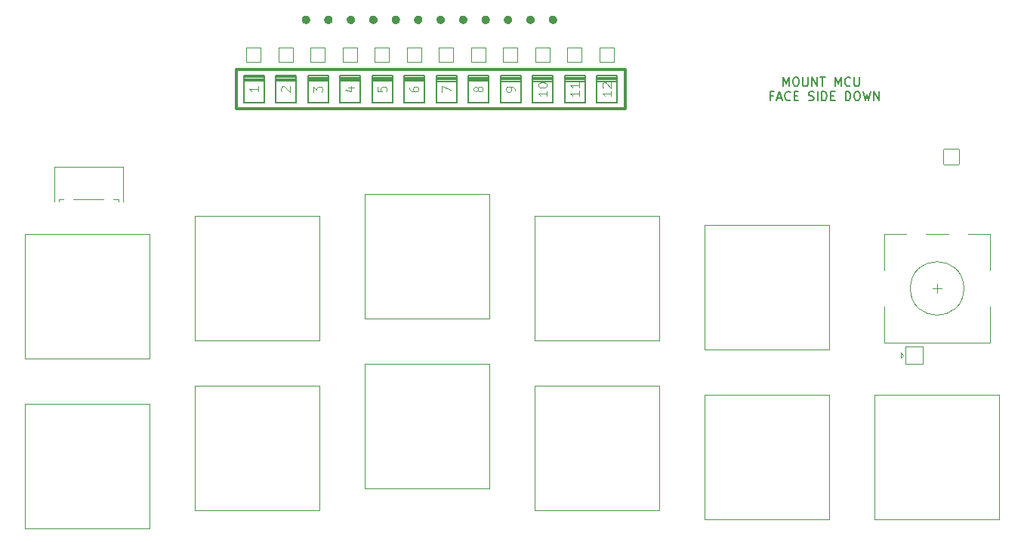
<source format=gto>
G04 #@! TF.GenerationSoftware,KiCad,Pcbnew,7.0.9*
G04 #@! TF.CreationDate,2023-11-13T15:47:58+00:00*
G04 #@! TF.ProjectId,Nixie-12R-pcb,4e697869-652d-4313-9252-2d7063622e6b,rev?*
G04 #@! TF.SameCoordinates,Original*
G04 #@! TF.FileFunction,Legend,Top*
G04 #@! TF.FilePolarity,Positive*
%FSLAX46Y46*%
G04 Gerber Fmt 4.6, Leading zero omitted, Abs format (unit mm)*
G04 Created by KiCad (PCBNEW 7.0.9) date 2023-11-13 15:47:58*
%MOMM*%
%LPD*%
G01*
G04 APERTURE LIST*
G04 Aperture macros list*
%AMRoundRect*
0 Rectangle with rounded corners*
0 $1 Rounding radius*
0 $2 $3 $4 $5 $6 $7 $8 $9 X,Y pos of 4 corners*
0 Add a 4 corners polygon primitive as box body*
4,1,4,$2,$3,$4,$5,$6,$7,$8,$9,$2,$3,0*
0 Add four circle primitives for the rounded corners*
1,1,$1+$1,$2,$3*
1,1,$1+$1,$4,$5*
1,1,$1+$1,$6,$7*
1,1,$1+$1,$8,$9*
0 Add four rect primitives between the rounded corners*
20,1,$1+$1,$2,$3,$4,$5,0*
20,1,$1+$1,$4,$5,$6,$7,0*
20,1,$1+$1,$6,$7,$8,$9,0*
20,1,$1+$1,$8,$9,$2,$3,0*%
G04 Aperture macros list end*
%ADD10C,0.400000*%
%ADD11C,0.300000*%
%ADD12C,0.150000*%
%ADD13C,0.100000*%
%ADD14C,0.203200*%
%ADD15C,0.120000*%
%ADD16C,1.651000*%
%ADD17R,1.651000X1.651000*%
%ADD18R,1.752600X1.752600*%
%ADD19C,1.752600*%
%ADD20C,1.753000*%
%ADD21RoundRect,0.051000X0.825500X-0.825500X0.825500X0.825500X-0.825500X0.825500X-0.825500X-0.825500X0*%
%ADD22C,1.802000*%
%ADD23C,4.102000*%
%ADD24C,2.302000*%
%ADD25O,2.102000X3.302000*%
%ADD26C,2.102000*%
%ADD27RoundRect,0.051000X1.000000X-1.000000X1.000000X1.000000X-1.000000X1.000000X-1.000000X-1.000000X0*%
%ADD28C,2.202000*%
%ADD29C,1.302000*%
%ADD30C,1.852000*%
%ADD31C,1.626000*%
%ADD32RoundRect,0.051000X0.876300X0.876300X-0.876300X0.876300X-0.876300X-0.876300X0.876300X-0.876300X0*%
%ADD33C,1.854600*%
G04 APERTURE END LIST*
D10*
G36*
X179468545Y-113890750D02*
G01*
X179469742Y-113855748D01*
X179473336Y-113821636D01*
X179479325Y-113788412D01*
X179487710Y-113756076D01*
X179498490Y-113724630D01*
X179511667Y-113694072D01*
X179527239Y-113664403D01*
X179545206Y-113635623D01*
X179565570Y-113607731D01*
X179588328Y-113580728D01*
X179604832Y-113563220D01*
X179631019Y-113538340D01*
X179658198Y-113515908D01*
X179686369Y-113495922D01*
X179715531Y-113478384D01*
X179745685Y-113463293D01*
X179776831Y-113450649D01*
X179808969Y-113440452D01*
X179842099Y-113432703D01*
X179876220Y-113427400D01*
X179911333Y-113424545D01*
X179935293Y-113424002D01*
X179970929Y-113425225D01*
X180005574Y-113428896D01*
X180039228Y-113435014D01*
X180071889Y-113443579D01*
X180103559Y-113454592D01*
X180134237Y-113468051D01*
X180163923Y-113483958D01*
X180192618Y-113502312D01*
X180220320Y-113523113D01*
X180247031Y-113546362D01*
X180264288Y-113563220D01*
X180288775Y-113589630D01*
X180310853Y-113616930D01*
X180330523Y-113645117D01*
X180347784Y-113674194D01*
X180362637Y-113704159D01*
X180375081Y-113735013D01*
X180385117Y-113766756D01*
X180392744Y-113799388D01*
X180397963Y-113832908D01*
X180400773Y-113867317D01*
X180401308Y-113890750D01*
X180400104Y-113926543D01*
X180396491Y-113961384D01*
X180390469Y-113995271D01*
X180382039Y-114028205D01*
X180371201Y-114060186D01*
X180357954Y-114091214D01*
X180342298Y-114121289D01*
X180324234Y-114150410D01*
X180303761Y-114178579D01*
X180280880Y-114205794D01*
X180264288Y-114223408D01*
X180238238Y-114248157D01*
X180211196Y-114270472D01*
X180183163Y-114290352D01*
X180154138Y-114307798D01*
X180124121Y-114322810D01*
X180093113Y-114335387D01*
X180061112Y-114345530D01*
X180028120Y-114353239D01*
X179994136Y-114358513D01*
X179959161Y-114361353D01*
X179935293Y-114361894D01*
X179899518Y-114360677D01*
X179864736Y-114357025D01*
X179830945Y-114350940D01*
X179798146Y-114342420D01*
X179766339Y-114331465D01*
X179735524Y-114318076D01*
X179705700Y-114302253D01*
X179676868Y-114283996D01*
X179649028Y-114263304D01*
X179622180Y-114240178D01*
X179604832Y-114223408D01*
X179580476Y-114196828D01*
X179558516Y-114169295D01*
X179538951Y-114140809D01*
X179521782Y-114111370D01*
X179507008Y-114080977D01*
X179494631Y-114049632D01*
X179484649Y-114017333D01*
X179477062Y-113984081D01*
X179471872Y-113949876D01*
X179469077Y-113914718D01*
X179468545Y-113890750D01*
G37*
G36*
X181986200Y-113890750D02*
G01*
X181987398Y-113855748D01*
X181990991Y-113821636D01*
X181996980Y-113788412D01*
X182005365Y-113756076D01*
X182016146Y-113724630D01*
X182029322Y-113694072D01*
X182044894Y-113664403D01*
X182062862Y-113635623D01*
X182083225Y-113607731D01*
X182105984Y-113580728D01*
X182122487Y-113563220D01*
X182148674Y-113538340D01*
X182175853Y-113515908D01*
X182204024Y-113495922D01*
X182233187Y-113478384D01*
X182263341Y-113463293D01*
X182294487Y-113450649D01*
X182326624Y-113440452D01*
X182359754Y-113432703D01*
X182393875Y-113427400D01*
X182428988Y-113424545D01*
X182452948Y-113424002D01*
X182488585Y-113425225D01*
X182523230Y-113428896D01*
X182556883Y-113435014D01*
X182589544Y-113443579D01*
X182621214Y-113454592D01*
X182651892Y-113468051D01*
X182681578Y-113483958D01*
X182710273Y-113502312D01*
X182737976Y-113523113D01*
X182764687Y-113546362D01*
X182781943Y-113563220D01*
X182806430Y-113589630D01*
X182828508Y-113616930D01*
X182848178Y-113645117D01*
X182865440Y-113674194D01*
X182880292Y-113704159D01*
X182892737Y-113735013D01*
X182902772Y-113766756D01*
X182910399Y-113799388D01*
X182915618Y-113832908D01*
X182918428Y-113867317D01*
X182918963Y-113890750D01*
X182917759Y-113926543D01*
X182914146Y-113961384D01*
X182908125Y-113995271D01*
X182899695Y-114028205D01*
X182888856Y-114060186D01*
X182875609Y-114091214D01*
X182859954Y-114121289D01*
X182841889Y-114150410D01*
X182821417Y-114178579D01*
X182798535Y-114205794D01*
X182781943Y-114223408D01*
X182755893Y-114248157D01*
X182728852Y-114270472D01*
X182700818Y-114290352D01*
X182671793Y-114307798D01*
X182641776Y-114322810D01*
X182610768Y-114335387D01*
X182578768Y-114345530D01*
X182545775Y-114353239D01*
X182511792Y-114358513D01*
X182476816Y-114361353D01*
X182452948Y-114361894D01*
X182417174Y-114360677D01*
X182382391Y-114357025D01*
X182348601Y-114350940D01*
X182315802Y-114342420D01*
X182283995Y-114331465D01*
X182253179Y-114318076D01*
X182223356Y-114302253D01*
X182194524Y-114283996D01*
X182166684Y-114263304D01*
X182139835Y-114240178D01*
X182122487Y-114223408D01*
X182098131Y-114196828D01*
X182076171Y-114169295D01*
X182056606Y-114140809D01*
X182039437Y-114111370D01*
X182024664Y-114080977D01*
X182012286Y-114049632D01*
X182002304Y-114017333D01*
X181994718Y-113984081D01*
X181989527Y-113949876D01*
X181986732Y-113914718D01*
X181986200Y-113890750D01*
G37*
G36*
X184503855Y-113890750D02*
G01*
X184505053Y-113855748D01*
X184508646Y-113821636D01*
X184514636Y-113788412D01*
X184523020Y-113756076D01*
X184533801Y-113724630D01*
X184546977Y-113694072D01*
X184562549Y-113664403D01*
X184580517Y-113635623D01*
X184600880Y-113607731D01*
X184623639Y-113580728D01*
X184640143Y-113563220D01*
X184666330Y-113538340D01*
X184693509Y-113515908D01*
X184721679Y-113495922D01*
X184750842Y-113478384D01*
X184780996Y-113463293D01*
X184812142Y-113450649D01*
X184844280Y-113440452D01*
X184877409Y-113432703D01*
X184911530Y-113427400D01*
X184946643Y-113424545D01*
X184970603Y-113424002D01*
X185006240Y-113425225D01*
X185040885Y-113428896D01*
X185074538Y-113435014D01*
X185107200Y-113443579D01*
X185138870Y-113454592D01*
X185169548Y-113468051D01*
X185199234Y-113483958D01*
X185227928Y-113502312D01*
X185255631Y-113523113D01*
X185282342Y-113546362D01*
X185299598Y-113563220D01*
X185324085Y-113589630D01*
X185346164Y-113616930D01*
X185365834Y-113645117D01*
X185383095Y-113674194D01*
X185397948Y-113704159D01*
X185410392Y-113735013D01*
X185420428Y-113766756D01*
X185428055Y-113799388D01*
X185433273Y-113832908D01*
X185436083Y-113867317D01*
X185436618Y-113890750D01*
X185435414Y-113926543D01*
X185431801Y-113961384D01*
X185425780Y-113995271D01*
X185417350Y-114028205D01*
X185406511Y-114060186D01*
X185393264Y-114091214D01*
X185377609Y-114121289D01*
X185359545Y-114150410D01*
X185339072Y-114178579D01*
X185316191Y-114205794D01*
X185299598Y-114223408D01*
X185273548Y-114248157D01*
X185246507Y-114270472D01*
X185218474Y-114290352D01*
X185189449Y-114307798D01*
X185159432Y-114322810D01*
X185128423Y-114335387D01*
X185096423Y-114345530D01*
X185063431Y-114353239D01*
X185029447Y-114358513D01*
X184994471Y-114361353D01*
X184970603Y-114361894D01*
X184934829Y-114360677D01*
X184900047Y-114357025D01*
X184866256Y-114350940D01*
X184833457Y-114342420D01*
X184801650Y-114331465D01*
X184770834Y-114318076D01*
X184741011Y-114302253D01*
X184712179Y-114283996D01*
X184684339Y-114263304D01*
X184657490Y-114240178D01*
X184640143Y-114223408D01*
X184615786Y-114196828D01*
X184593826Y-114169295D01*
X184574261Y-114140809D01*
X184557092Y-114111370D01*
X184542319Y-114080977D01*
X184529941Y-114049632D01*
X184519959Y-114017333D01*
X184512373Y-113984081D01*
X184507182Y-113949876D01*
X184504387Y-113914718D01*
X184503855Y-113890750D01*
G37*
G36*
X187021510Y-113890750D02*
G01*
X187022708Y-113855748D01*
X187026302Y-113821636D01*
X187032291Y-113788412D01*
X187040676Y-113756076D01*
X187051456Y-113724630D01*
X187064633Y-113694072D01*
X187080204Y-113664403D01*
X187098172Y-113635623D01*
X187118535Y-113607731D01*
X187141294Y-113580728D01*
X187157798Y-113563220D01*
X187183985Y-113538340D01*
X187211164Y-113515908D01*
X187239335Y-113495922D01*
X187268497Y-113478384D01*
X187298651Y-113463293D01*
X187329797Y-113450649D01*
X187361935Y-113440452D01*
X187395064Y-113432703D01*
X187429186Y-113427400D01*
X187464299Y-113424545D01*
X187488258Y-113424002D01*
X187523895Y-113425225D01*
X187558540Y-113428896D01*
X187592194Y-113435014D01*
X187624855Y-113443579D01*
X187656525Y-113454592D01*
X187687203Y-113468051D01*
X187716889Y-113483958D01*
X187745584Y-113502312D01*
X187773286Y-113523113D01*
X187799997Y-113546362D01*
X187817254Y-113563220D01*
X187841741Y-113589630D01*
X187863819Y-113616930D01*
X187883489Y-113645117D01*
X187900750Y-113674194D01*
X187915603Y-113704159D01*
X187928047Y-113735013D01*
X187938083Y-113766756D01*
X187945710Y-113799388D01*
X187950929Y-113832908D01*
X187953739Y-113867317D01*
X187954274Y-113890750D01*
X187953069Y-113926543D01*
X187949457Y-113961384D01*
X187943435Y-113995271D01*
X187935005Y-114028205D01*
X187924167Y-114060186D01*
X187910920Y-114091214D01*
X187895264Y-114121289D01*
X187877200Y-114150410D01*
X187856727Y-114178579D01*
X187833846Y-114205794D01*
X187817254Y-114223408D01*
X187791204Y-114248157D01*
X187764162Y-114270472D01*
X187736129Y-114290352D01*
X187707104Y-114307798D01*
X187677087Y-114322810D01*
X187646078Y-114335387D01*
X187614078Y-114345530D01*
X187581086Y-114353239D01*
X187547102Y-114358513D01*
X187512126Y-114361353D01*
X187488258Y-114361894D01*
X187452484Y-114360677D01*
X187417702Y-114357025D01*
X187383911Y-114350940D01*
X187351112Y-114342420D01*
X187319305Y-114331465D01*
X187288490Y-114318076D01*
X187258666Y-114302253D01*
X187229834Y-114283996D01*
X187201994Y-114263304D01*
X187175146Y-114240178D01*
X187157798Y-114223408D01*
X187133442Y-114196828D01*
X187111481Y-114169295D01*
X187091917Y-114140809D01*
X187074748Y-114111370D01*
X187059974Y-114080977D01*
X187047597Y-114049632D01*
X187037615Y-114017333D01*
X187030028Y-113984081D01*
X187024838Y-113949876D01*
X187022043Y-113914718D01*
X187021510Y-113890750D01*
G37*
G36*
X189539166Y-113890750D02*
G01*
X189540363Y-113855748D01*
X189543957Y-113821636D01*
X189549946Y-113788412D01*
X189558331Y-113756076D01*
X189569112Y-113724630D01*
X189582288Y-113694072D01*
X189597860Y-113664403D01*
X189615827Y-113635623D01*
X189636191Y-113607731D01*
X189658950Y-113580728D01*
X189675453Y-113563220D01*
X189701640Y-113538340D01*
X189728819Y-113515908D01*
X189756990Y-113495922D01*
X189786152Y-113478384D01*
X189816307Y-113463293D01*
X189847453Y-113450649D01*
X189879590Y-113440452D01*
X189912720Y-113432703D01*
X189946841Y-113427400D01*
X189981954Y-113424545D01*
X190005914Y-113424002D01*
X190041550Y-113425225D01*
X190076195Y-113428896D01*
X190109849Y-113435014D01*
X190142510Y-113443579D01*
X190174180Y-113454592D01*
X190204858Y-113468051D01*
X190234544Y-113483958D01*
X190263239Y-113502312D01*
X190290941Y-113523113D01*
X190317652Y-113546362D01*
X190334909Y-113563220D01*
X190359396Y-113589630D01*
X190381474Y-113616930D01*
X190401144Y-113645117D01*
X190418405Y-113674194D01*
X190433258Y-113704159D01*
X190445702Y-113735013D01*
X190455738Y-113766756D01*
X190463365Y-113799388D01*
X190468584Y-113832908D01*
X190471394Y-113867317D01*
X190471929Y-113890750D01*
X190470725Y-113926543D01*
X190467112Y-113961384D01*
X190461091Y-113995271D01*
X190452661Y-114028205D01*
X190441822Y-114060186D01*
X190428575Y-114091214D01*
X190412919Y-114121289D01*
X190394855Y-114150410D01*
X190374382Y-114178579D01*
X190351501Y-114205794D01*
X190334909Y-114223408D01*
X190308859Y-114248157D01*
X190281817Y-114270472D01*
X190253784Y-114290352D01*
X190224759Y-114307798D01*
X190194742Y-114322810D01*
X190163734Y-114335387D01*
X190131733Y-114345530D01*
X190098741Y-114353239D01*
X190064757Y-114358513D01*
X190029782Y-114361353D01*
X190005914Y-114361894D01*
X189970139Y-114360677D01*
X189935357Y-114357025D01*
X189901566Y-114350940D01*
X189868767Y-114342420D01*
X189836960Y-114331465D01*
X189806145Y-114318076D01*
X189776321Y-114302253D01*
X189747489Y-114283996D01*
X189719649Y-114263304D01*
X189692801Y-114240178D01*
X189675453Y-114223408D01*
X189651097Y-114196828D01*
X189629137Y-114169295D01*
X189609572Y-114140809D01*
X189592403Y-114111370D01*
X189577630Y-114080977D01*
X189565252Y-114049632D01*
X189555270Y-114017333D01*
X189547684Y-113984081D01*
X189542493Y-113949876D01*
X189539698Y-113914718D01*
X189539166Y-113890750D01*
G37*
G36*
X192056821Y-113890750D02*
G01*
X192058019Y-113855748D01*
X192061612Y-113821636D01*
X192067601Y-113788412D01*
X192075986Y-113756076D01*
X192086767Y-113724630D01*
X192099943Y-113694072D01*
X192115515Y-113664403D01*
X192133483Y-113635623D01*
X192153846Y-113607731D01*
X192176605Y-113580728D01*
X192193108Y-113563220D01*
X192219296Y-113538340D01*
X192246474Y-113515908D01*
X192274645Y-113495922D01*
X192303808Y-113478384D01*
X192333962Y-113463293D01*
X192365108Y-113450649D01*
X192397246Y-113440452D01*
X192430375Y-113432703D01*
X192464496Y-113427400D01*
X192499609Y-113424545D01*
X192523569Y-113424002D01*
X192559206Y-113425225D01*
X192593851Y-113428896D01*
X192627504Y-113435014D01*
X192660166Y-113443579D01*
X192691835Y-113454592D01*
X192722513Y-113468051D01*
X192752200Y-113483958D01*
X192780894Y-113502312D01*
X192808597Y-113523113D01*
X192835308Y-113546362D01*
X192852564Y-113563220D01*
X192877051Y-113589630D01*
X192899130Y-113616930D01*
X192918799Y-113645117D01*
X192936061Y-113674194D01*
X192950914Y-113704159D01*
X192963358Y-113735013D01*
X192973393Y-113766756D01*
X192981021Y-113799388D01*
X192986239Y-113832908D01*
X192989049Y-113867317D01*
X192989584Y-113890750D01*
X192988380Y-113926543D01*
X192984767Y-113961384D01*
X192978746Y-113995271D01*
X192970316Y-114028205D01*
X192959477Y-114060186D01*
X192946230Y-114091214D01*
X192930575Y-114121289D01*
X192912510Y-114150410D01*
X192892038Y-114178579D01*
X192869156Y-114205794D01*
X192852564Y-114223408D01*
X192826514Y-114248157D01*
X192799473Y-114270472D01*
X192771439Y-114290352D01*
X192742414Y-114307798D01*
X192712398Y-114322810D01*
X192681389Y-114335387D01*
X192649389Y-114345530D01*
X192616396Y-114353239D01*
X192582413Y-114358513D01*
X192547437Y-114361353D01*
X192523569Y-114361894D01*
X192487795Y-114360677D01*
X192453012Y-114357025D01*
X192419222Y-114350940D01*
X192386423Y-114342420D01*
X192354616Y-114331465D01*
X192323800Y-114318076D01*
X192293977Y-114302253D01*
X192265145Y-114283996D01*
X192237305Y-114263304D01*
X192210456Y-114240178D01*
X192193108Y-114223408D01*
X192168752Y-114196828D01*
X192146792Y-114169295D01*
X192127227Y-114140809D01*
X192110058Y-114111370D01*
X192095285Y-114080977D01*
X192082907Y-114049632D01*
X192072925Y-114017333D01*
X192065339Y-113984081D01*
X192060148Y-113949876D01*
X192057353Y-113914718D01*
X192056821Y-113890750D01*
G37*
G36*
X194574476Y-113890750D02*
G01*
X194575674Y-113855748D01*
X194579267Y-113821636D01*
X194585257Y-113788412D01*
X194593642Y-113756076D01*
X194604422Y-113724630D01*
X194617598Y-113694072D01*
X194633170Y-113664403D01*
X194651138Y-113635623D01*
X194671501Y-113607731D01*
X194694260Y-113580728D01*
X194710764Y-113563220D01*
X194736951Y-113538340D01*
X194764130Y-113515908D01*
X194792300Y-113495922D01*
X194821463Y-113478384D01*
X194851617Y-113463293D01*
X194882763Y-113450649D01*
X194914901Y-113440452D01*
X194948030Y-113432703D01*
X194982152Y-113427400D01*
X195017265Y-113424545D01*
X195041224Y-113424002D01*
X195076861Y-113425225D01*
X195111506Y-113428896D01*
X195145159Y-113435014D01*
X195177821Y-113443579D01*
X195209491Y-113454592D01*
X195240169Y-113468051D01*
X195269855Y-113483958D01*
X195298549Y-113502312D01*
X195326252Y-113523113D01*
X195352963Y-113546362D01*
X195370219Y-113563220D01*
X195394706Y-113589630D01*
X195416785Y-113616930D01*
X195436455Y-113645117D01*
X195453716Y-113674194D01*
X195468569Y-113704159D01*
X195481013Y-113735013D01*
X195491049Y-113766756D01*
X195498676Y-113799388D01*
X195503894Y-113832908D01*
X195506704Y-113867317D01*
X195507240Y-113890750D01*
X195506035Y-113926543D01*
X195502422Y-113961384D01*
X195496401Y-113995271D01*
X195487971Y-114028205D01*
X195477133Y-114060186D01*
X195463885Y-114091214D01*
X195448230Y-114121289D01*
X195430166Y-114150410D01*
X195409693Y-114178579D01*
X195386812Y-114205794D01*
X195370219Y-114223408D01*
X195344170Y-114248157D01*
X195317128Y-114270472D01*
X195289095Y-114290352D01*
X195260070Y-114307798D01*
X195230053Y-114322810D01*
X195199044Y-114335387D01*
X195167044Y-114345530D01*
X195134052Y-114353239D01*
X195100068Y-114358513D01*
X195065092Y-114361353D01*
X195041224Y-114361894D01*
X195005450Y-114360677D01*
X194970668Y-114357025D01*
X194936877Y-114350940D01*
X194904078Y-114342420D01*
X194872271Y-114331465D01*
X194841455Y-114318076D01*
X194811632Y-114302253D01*
X194782800Y-114283996D01*
X194754960Y-114263304D01*
X194728112Y-114240178D01*
X194710764Y-114223408D01*
X194686408Y-114196828D01*
X194664447Y-114169295D01*
X194644882Y-114140809D01*
X194627713Y-114111370D01*
X194612940Y-114080977D01*
X194600562Y-114049632D01*
X194590580Y-114017333D01*
X194582994Y-113984081D01*
X194577803Y-113949876D01*
X194575008Y-113914718D01*
X194574476Y-113890750D01*
G37*
G36*
X197092131Y-113890750D02*
G01*
X197093329Y-113855748D01*
X197096923Y-113821636D01*
X197102912Y-113788412D01*
X197111297Y-113756076D01*
X197122077Y-113724630D01*
X197135254Y-113694072D01*
X197150826Y-113664403D01*
X197168793Y-113635623D01*
X197189156Y-113607731D01*
X197211915Y-113580728D01*
X197228419Y-113563220D01*
X197254606Y-113538340D01*
X197281785Y-113515908D01*
X197309956Y-113495922D01*
X197339118Y-113478384D01*
X197369272Y-113463293D01*
X197400418Y-113450649D01*
X197432556Y-113440452D01*
X197465686Y-113432703D01*
X197499807Y-113427400D01*
X197534920Y-113424545D01*
X197558879Y-113424002D01*
X197594516Y-113425225D01*
X197629161Y-113428896D01*
X197662815Y-113435014D01*
X197695476Y-113443579D01*
X197727146Y-113454592D01*
X197757824Y-113468051D01*
X197787510Y-113483958D01*
X197816205Y-113502312D01*
X197843907Y-113523113D01*
X197870618Y-113546362D01*
X197887875Y-113563220D01*
X197912362Y-113589630D01*
X197934440Y-113616930D01*
X197954110Y-113645117D01*
X197971371Y-113674194D01*
X197986224Y-113704159D01*
X197998668Y-113735013D01*
X198008704Y-113766756D01*
X198016331Y-113799388D01*
X198021550Y-113832908D01*
X198024360Y-113867317D01*
X198024895Y-113890750D01*
X198023691Y-113926543D01*
X198020078Y-113961384D01*
X198014056Y-113995271D01*
X198005626Y-114028205D01*
X197994788Y-114060186D01*
X197981541Y-114091214D01*
X197965885Y-114121289D01*
X197947821Y-114150410D01*
X197927348Y-114178579D01*
X197904467Y-114205794D01*
X197887875Y-114223408D01*
X197861825Y-114248157D01*
X197834783Y-114270472D01*
X197806750Y-114290352D01*
X197777725Y-114307798D01*
X197747708Y-114322810D01*
X197716699Y-114335387D01*
X197684699Y-114345530D01*
X197651707Y-114353239D01*
X197617723Y-114358513D01*
X197582748Y-114361353D01*
X197558879Y-114361894D01*
X197523105Y-114360677D01*
X197488323Y-114357025D01*
X197454532Y-114350940D01*
X197421733Y-114342420D01*
X197389926Y-114331465D01*
X197359111Y-114318076D01*
X197329287Y-114302253D01*
X197300455Y-114283996D01*
X197272615Y-114263304D01*
X197245767Y-114240178D01*
X197228419Y-114223408D01*
X197204063Y-114196828D01*
X197182102Y-114169295D01*
X197162538Y-114140809D01*
X197145369Y-114111370D01*
X197130595Y-114080977D01*
X197118218Y-114049632D01*
X197108236Y-114017333D01*
X197100649Y-113984081D01*
X197095459Y-113949876D01*
X197092664Y-113914718D01*
X197092131Y-113890750D01*
G37*
G36*
X199609787Y-113890750D02*
G01*
X199610984Y-113855748D01*
X199614578Y-113821636D01*
X199620567Y-113788412D01*
X199628952Y-113756076D01*
X199639733Y-113724630D01*
X199652909Y-113694072D01*
X199668481Y-113664403D01*
X199686448Y-113635623D01*
X199706812Y-113607731D01*
X199729571Y-113580728D01*
X199746074Y-113563220D01*
X199772261Y-113538340D01*
X199799440Y-113515908D01*
X199827611Y-113495922D01*
X199856773Y-113478384D01*
X199886928Y-113463293D01*
X199918074Y-113450649D01*
X199950211Y-113440452D01*
X199983341Y-113432703D01*
X200017462Y-113427400D01*
X200052575Y-113424545D01*
X200076535Y-113424002D01*
X200112172Y-113425225D01*
X200146817Y-113428896D01*
X200180470Y-113435014D01*
X200213131Y-113443579D01*
X200244801Y-113454592D01*
X200275479Y-113468051D01*
X200305165Y-113483958D01*
X200333860Y-113502312D01*
X200361563Y-113523113D01*
X200388274Y-113546362D01*
X200405530Y-113563220D01*
X200430017Y-113589630D01*
X200452095Y-113616930D01*
X200471765Y-113645117D01*
X200489027Y-113674194D01*
X200503879Y-113704159D01*
X200516324Y-113735013D01*
X200526359Y-113766756D01*
X200533986Y-113799388D01*
X200539205Y-113832908D01*
X200542015Y-113867317D01*
X200542550Y-113890750D01*
X200541346Y-113926543D01*
X200537733Y-113961384D01*
X200531712Y-113995271D01*
X200523282Y-114028205D01*
X200512443Y-114060186D01*
X200499196Y-114091214D01*
X200483540Y-114121289D01*
X200465476Y-114150410D01*
X200445003Y-114178579D01*
X200422122Y-114205794D01*
X200405530Y-114223408D01*
X200379480Y-114248157D01*
X200352439Y-114270472D01*
X200324405Y-114290352D01*
X200295380Y-114307798D01*
X200265363Y-114322810D01*
X200234355Y-114335387D01*
X200202354Y-114345530D01*
X200169362Y-114353239D01*
X200135378Y-114358513D01*
X200100403Y-114361353D01*
X200076535Y-114361894D01*
X200040761Y-114360677D01*
X200005978Y-114357025D01*
X199972187Y-114350940D01*
X199939389Y-114342420D01*
X199907581Y-114331465D01*
X199876766Y-114318076D01*
X199846942Y-114302253D01*
X199818111Y-114283996D01*
X199790270Y-114263304D01*
X199763422Y-114240178D01*
X199746074Y-114223408D01*
X199721718Y-114196828D01*
X199699758Y-114169295D01*
X199680193Y-114140809D01*
X199663024Y-114111370D01*
X199648251Y-114080977D01*
X199635873Y-114049632D01*
X199625891Y-114017333D01*
X199618305Y-113984081D01*
X199613114Y-113949876D01*
X199610319Y-113914718D01*
X199609787Y-113890750D01*
G37*
G36*
X202127442Y-113890750D02*
G01*
X202128640Y-113855748D01*
X202132233Y-113821636D01*
X202138222Y-113788412D01*
X202146607Y-113756076D01*
X202157388Y-113724630D01*
X202170564Y-113694072D01*
X202186136Y-113664403D01*
X202204104Y-113635623D01*
X202224467Y-113607731D01*
X202247226Y-113580728D01*
X202263729Y-113563220D01*
X202289917Y-113538340D01*
X202317096Y-113515908D01*
X202345266Y-113495922D01*
X202374429Y-113478384D01*
X202404583Y-113463293D01*
X202435729Y-113450649D01*
X202467867Y-113440452D01*
X202500996Y-113432703D01*
X202535117Y-113427400D01*
X202570230Y-113424545D01*
X202594190Y-113424002D01*
X202629827Y-113425225D01*
X202664472Y-113428896D01*
X202698125Y-113435014D01*
X202730787Y-113443579D01*
X202762456Y-113454592D01*
X202793134Y-113468051D01*
X202822821Y-113483958D01*
X202851515Y-113502312D01*
X202879218Y-113523113D01*
X202905929Y-113546362D01*
X202923185Y-113563220D01*
X202947672Y-113589630D01*
X202969751Y-113616930D01*
X202989420Y-113645117D01*
X203006682Y-113674194D01*
X203021535Y-113704159D01*
X203033979Y-113735013D01*
X203044014Y-113766756D01*
X203051642Y-113799388D01*
X203056860Y-113832908D01*
X203059670Y-113867317D01*
X203060205Y-113890750D01*
X203059001Y-113926543D01*
X203055388Y-113961384D01*
X203049367Y-113995271D01*
X203040937Y-114028205D01*
X203030098Y-114060186D01*
X203016851Y-114091214D01*
X203001196Y-114121289D01*
X202983131Y-114150410D01*
X202962659Y-114178579D01*
X202939777Y-114205794D01*
X202923185Y-114223408D01*
X202897135Y-114248157D01*
X202870094Y-114270472D01*
X202842060Y-114290352D01*
X202813035Y-114307798D01*
X202783019Y-114322810D01*
X202752010Y-114335387D01*
X202720010Y-114345530D01*
X202687018Y-114353239D01*
X202653034Y-114358513D01*
X202618058Y-114361353D01*
X202594190Y-114361894D01*
X202558416Y-114360677D01*
X202523633Y-114357025D01*
X202489843Y-114350940D01*
X202457044Y-114342420D01*
X202425237Y-114331465D01*
X202394421Y-114318076D01*
X202364598Y-114302253D01*
X202335766Y-114283996D01*
X202307926Y-114263304D01*
X202281077Y-114240178D01*
X202263729Y-114223408D01*
X202239373Y-114196828D01*
X202217413Y-114169295D01*
X202197848Y-114140809D01*
X202180679Y-114111370D01*
X202165906Y-114080977D01*
X202153528Y-114049632D01*
X202143546Y-114017333D01*
X202135960Y-113984081D01*
X202130769Y-113949876D01*
X202127974Y-113914718D01*
X202127442Y-113890750D01*
G37*
G36*
X204645097Y-113890750D02*
G01*
X204646295Y-113855748D01*
X204649889Y-113821636D01*
X204655878Y-113788412D01*
X204664263Y-113756076D01*
X204675043Y-113724630D01*
X204688219Y-113694072D01*
X204703791Y-113664403D01*
X204721759Y-113635623D01*
X204742122Y-113607731D01*
X204764881Y-113580728D01*
X204781385Y-113563220D01*
X204807572Y-113538340D01*
X204834751Y-113515908D01*
X204862922Y-113495922D01*
X204892084Y-113478384D01*
X204922238Y-113463293D01*
X204953384Y-113450649D01*
X204985522Y-113440452D01*
X205018651Y-113432703D01*
X205052773Y-113427400D01*
X205087886Y-113424545D01*
X205111845Y-113424002D01*
X205147482Y-113425225D01*
X205182127Y-113428896D01*
X205215780Y-113435014D01*
X205248442Y-113443579D01*
X205280112Y-113454592D01*
X205310790Y-113468051D01*
X205340476Y-113483958D01*
X205369170Y-113502312D01*
X205396873Y-113523113D01*
X205423584Y-113546362D01*
X205440840Y-113563220D01*
X205465327Y-113589630D01*
X205487406Y-113616930D01*
X205507076Y-113645117D01*
X205524337Y-113674194D01*
X205539190Y-113704159D01*
X205551634Y-113735013D01*
X205561670Y-113766756D01*
X205569297Y-113799388D01*
X205574515Y-113832908D01*
X205577325Y-113867317D01*
X205577861Y-113890750D01*
X205576656Y-113926543D01*
X205573044Y-113961384D01*
X205567022Y-113995271D01*
X205558592Y-114028205D01*
X205547754Y-114060186D01*
X205534507Y-114091214D01*
X205518851Y-114121289D01*
X205500787Y-114150410D01*
X205480314Y-114178579D01*
X205457433Y-114205794D01*
X205440840Y-114223408D01*
X205414791Y-114248157D01*
X205387749Y-114270472D01*
X205359716Y-114290352D01*
X205330691Y-114307798D01*
X205300674Y-114322810D01*
X205269665Y-114335387D01*
X205237665Y-114345530D01*
X205204673Y-114353239D01*
X205170689Y-114358513D01*
X205135713Y-114361353D01*
X205111845Y-114361894D01*
X205076071Y-114360677D01*
X205041289Y-114357025D01*
X205007498Y-114350940D01*
X204974699Y-114342420D01*
X204942892Y-114331465D01*
X204912077Y-114318076D01*
X204882253Y-114302253D01*
X204853421Y-114283996D01*
X204825581Y-114263304D01*
X204798733Y-114240178D01*
X204781385Y-114223408D01*
X204757029Y-114196828D01*
X204735068Y-114169295D01*
X204715504Y-114140809D01*
X204698335Y-114111370D01*
X204683561Y-114080977D01*
X204671183Y-114049632D01*
X204661201Y-114017333D01*
X204653615Y-113984081D01*
X204648425Y-113949876D01*
X204645630Y-113914718D01*
X204645097Y-113890750D01*
G37*
G36*
X207162752Y-113890750D02*
G01*
X207163950Y-113855748D01*
X207167544Y-113821636D01*
X207173533Y-113788412D01*
X207181918Y-113756076D01*
X207192698Y-113724630D01*
X207205875Y-113694072D01*
X207221447Y-113664403D01*
X207239414Y-113635623D01*
X207259777Y-113607731D01*
X207282536Y-113580728D01*
X207299040Y-113563220D01*
X207325227Y-113538340D01*
X207352406Y-113515908D01*
X207380577Y-113495922D01*
X207409739Y-113478384D01*
X207439893Y-113463293D01*
X207471039Y-113450649D01*
X207503177Y-113440452D01*
X207536307Y-113432703D01*
X207570428Y-113427400D01*
X207605541Y-113424545D01*
X207629501Y-113424002D01*
X207665137Y-113425225D01*
X207699782Y-113428896D01*
X207733436Y-113435014D01*
X207766097Y-113443579D01*
X207797767Y-113454592D01*
X207828445Y-113468051D01*
X207858131Y-113483958D01*
X207886826Y-113502312D01*
X207914528Y-113523113D01*
X207941239Y-113546362D01*
X207958496Y-113563220D01*
X207982983Y-113589630D01*
X208005061Y-113616930D01*
X208024731Y-113645117D01*
X208041992Y-113674194D01*
X208056845Y-113704159D01*
X208069289Y-113735013D01*
X208079325Y-113766756D01*
X208086952Y-113799388D01*
X208092171Y-113832908D01*
X208094981Y-113867317D01*
X208095516Y-113890750D01*
X208094312Y-113926543D01*
X208090699Y-113961384D01*
X208084677Y-113995271D01*
X208076247Y-114028205D01*
X208065409Y-114060186D01*
X208052162Y-114091214D01*
X208036506Y-114121289D01*
X208018442Y-114150410D01*
X207997969Y-114178579D01*
X207975088Y-114205794D01*
X207958496Y-114223408D01*
X207932446Y-114248157D01*
X207905404Y-114270472D01*
X207877371Y-114290352D01*
X207848346Y-114307798D01*
X207818329Y-114322810D01*
X207787321Y-114335387D01*
X207755320Y-114345530D01*
X207722328Y-114353239D01*
X207688344Y-114358513D01*
X207653369Y-114361353D01*
X207629501Y-114361894D01*
X207593726Y-114360677D01*
X207558944Y-114357025D01*
X207525153Y-114350940D01*
X207492354Y-114342420D01*
X207460547Y-114331465D01*
X207429732Y-114318076D01*
X207399908Y-114302253D01*
X207371076Y-114283996D01*
X207343236Y-114263304D01*
X207316388Y-114240178D01*
X207299040Y-114223408D01*
X207274684Y-114196828D01*
X207252724Y-114169295D01*
X207233159Y-114140809D01*
X207215990Y-114111370D01*
X207201216Y-114080977D01*
X207188839Y-114049632D01*
X207178857Y-114017333D01*
X207171270Y-113984081D01*
X207166080Y-113949876D01*
X207163285Y-113914718D01*
X207162752Y-113890750D01*
G37*
D11*
X172100000Y-119500000D02*
X215700000Y-119500000D01*
X215700000Y-123875000D01*
X172100000Y-123875000D01*
X172100000Y-119500000D01*
D12*
X233432143Y-121334819D02*
X233432143Y-120334819D01*
X233432143Y-120334819D02*
X233765476Y-121049104D01*
X233765476Y-121049104D02*
X234098809Y-120334819D01*
X234098809Y-120334819D02*
X234098809Y-121334819D01*
X234765476Y-120334819D02*
X234955952Y-120334819D01*
X234955952Y-120334819D02*
X235051190Y-120382438D01*
X235051190Y-120382438D02*
X235146428Y-120477676D01*
X235146428Y-120477676D02*
X235194047Y-120668152D01*
X235194047Y-120668152D02*
X235194047Y-121001485D01*
X235194047Y-121001485D02*
X235146428Y-121191961D01*
X235146428Y-121191961D02*
X235051190Y-121287200D01*
X235051190Y-121287200D02*
X234955952Y-121334819D01*
X234955952Y-121334819D02*
X234765476Y-121334819D01*
X234765476Y-121334819D02*
X234670238Y-121287200D01*
X234670238Y-121287200D02*
X234575000Y-121191961D01*
X234575000Y-121191961D02*
X234527381Y-121001485D01*
X234527381Y-121001485D02*
X234527381Y-120668152D01*
X234527381Y-120668152D02*
X234575000Y-120477676D01*
X234575000Y-120477676D02*
X234670238Y-120382438D01*
X234670238Y-120382438D02*
X234765476Y-120334819D01*
X235622619Y-120334819D02*
X235622619Y-121144342D01*
X235622619Y-121144342D02*
X235670238Y-121239580D01*
X235670238Y-121239580D02*
X235717857Y-121287200D01*
X235717857Y-121287200D02*
X235813095Y-121334819D01*
X235813095Y-121334819D02*
X236003571Y-121334819D01*
X236003571Y-121334819D02*
X236098809Y-121287200D01*
X236098809Y-121287200D02*
X236146428Y-121239580D01*
X236146428Y-121239580D02*
X236194047Y-121144342D01*
X236194047Y-121144342D02*
X236194047Y-120334819D01*
X236670238Y-121334819D02*
X236670238Y-120334819D01*
X236670238Y-120334819D02*
X237241666Y-121334819D01*
X237241666Y-121334819D02*
X237241666Y-120334819D01*
X237575000Y-120334819D02*
X238146428Y-120334819D01*
X237860714Y-121334819D02*
X237860714Y-120334819D01*
X239241667Y-121334819D02*
X239241667Y-120334819D01*
X239241667Y-120334819D02*
X239575000Y-121049104D01*
X239575000Y-121049104D02*
X239908333Y-120334819D01*
X239908333Y-120334819D02*
X239908333Y-121334819D01*
X240955952Y-121239580D02*
X240908333Y-121287200D01*
X240908333Y-121287200D02*
X240765476Y-121334819D01*
X240765476Y-121334819D02*
X240670238Y-121334819D01*
X240670238Y-121334819D02*
X240527381Y-121287200D01*
X240527381Y-121287200D02*
X240432143Y-121191961D01*
X240432143Y-121191961D02*
X240384524Y-121096723D01*
X240384524Y-121096723D02*
X240336905Y-120906247D01*
X240336905Y-120906247D02*
X240336905Y-120763390D01*
X240336905Y-120763390D02*
X240384524Y-120572914D01*
X240384524Y-120572914D02*
X240432143Y-120477676D01*
X240432143Y-120477676D02*
X240527381Y-120382438D01*
X240527381Y-120382438D02*
X240670238Y-120334819D01*
X240670238Y-120334819D02*
X240765476Y-120334819D01*
X240765476Y-120334819D02*
X240908333Y-120382438D01*
X240908333Y-120382438D02*
X240955952Y-120430057D01*
X241384524Y-120334819D02*
X241384524Y-121144342D01*
X241384524Y-121144342D02*
X241432143Y-121239580D01*
X241432143Y-121239580D02*
X241479762Y-121287200D01*
X241479762Y-121287200D02*
X241575000Y-121334819D01*
X241575000Y-121334819D02*
X241765476Y-121334819D01*
X241765476Y-121334819D02*
X241860714Y-121287200D01*
X241860714Y-121287200D02*
X241908333Y-121239580D01*
X241908333Y-121239580D02*
X241955952Y-121144342D01*
X241955952Y-121144342D02*
X241955952Y-120334819D01*
X232289285Y-122421009D02*
X231955952Y-122421009D01*
X231955952Y-122944819D02*
X231955952Y-121944819D01*
X231955952Y-121944819D02*
X232432142Y-121944819D01*
X232765476Y-122659104D02*
X233241666Y-122659104D01*
X232670238Y-122944819D02*
X233003571Y-121944819D01*
X233003571Y-121944819D02*
X233336904Y-122944819D01*
X234241666Y-122849580D02*
X234194047Y-122897200D01*
X234194047Y-122897200D02*
X234051190Y-122944819D01*
X234051190Y-122944819D02*
X233955952Y-122944819D01*
X233955952Y-122944819D02*
X233813095Y-122897200D01*
X233813095Y-122897200D02*
X233717857Y-122801961D01*
X233717857Y-122801961D02*
X233670238Y-122706723D01*
X233670238Y-122706723D02*
X233622619Y-122516247D01*
X233622619Y-122516247D02*
X233622619Y-122373390D01*
X233622619Y-122373390D02*
X233670238Y-122182914D01*
X233670238Y-122182914D02*
X233717857Y-122087676D01*
X233717857Y-122087676D02*
X233813095Y-121992438D01*
X233813095Y-121992438D02*
X233955952Y-121944819D01*
X233955952Y-121944819D02*
X234051190Y-121944819D01*
X234051190Y-121944819D02*
X234194047Y-121992438D01*
X234194047Y-121992438D02*
X234241666Y-122040057D01*
X234670238Y-122421009D02*
X235003571Y-122421009D01*
X235146428Y-122944819D02*
X234670238Y-122944819D01*
X234670238Y-122944819D02*
X234670238Y-121944819D01*
X234670238Y-121944819D02*
X235146428Y-121944819D01*
X236289286Y-122897200D02*
X236432143Y-122944819D01*
X236432143Y-122944819D02*
X236670238Y-122944819D01*
X236670238Y-122944819D02*
X236765476Y-122897200D01*
X236765476Y-122897200D02*
X236813095Y-122849580D01*
X236813095Y-122849580D02*
X236860714Y-122754342D01*
X236860714Y-122754342D02*
X236860714Y-122659104D01*
X236860714Y-122659104D02*
X236813095Y-122563866D01*
X236813095Y-122563866D02*
X236765476Y-122516247D01*
X236765476Y-122516247D02*
X236670238Y-122468628D01*
X236670238Y-122468628D02*
X236479762Y-122421009D01*
X236479762Y-122421009D02*
X236384524Y-122373390D01*
X236384524Y-122373390D02*
X236336905Y-122325771D01*
X236336905Y-122325771D02*
X236289286Y-122230533D01*
X236289286Y-122230533D02*
X236289286Y-122135295D01*
X236289286Y-122135295D02*
X236336905Y-122040057D01*
X236336905Y-122040057D02*
X236384524Y-121992438D01*
X236384524Y-121992438D02*
X236479762Y-121944819D01*
X236479762Y-121944819D02*
X236717857Y-121944819D01*
X236717857Y-121944819D02*
X236860714Y-121992438D01*
X237289286Y-122944819D02*
X237289286Y-121944819D01*
X237765476Y-122944819D02*
X237765476Y-121944819D01*
X237765476Y-121944819D02*
X238003571Y-121944819D01*
X238003571Y-121944819D02*
X238146428Y-121992438D01*
X238146428Y-121992438D02*
X238241666Y-122087676D01*
X238241666Y-122087676D02*
X238289285Y-122182914D01*
X238289285Y-122182914D02*
X238336904Y-122373390D01*
X238336904Y-122373390D02*
X238336904Y-122516247D01*
X238336904Y-122516247D02*
X238289285Y-122706723D01*
X238289285Y-122706723D02*
X238241666Y-122801961D01*
X238241666Y-122801961D02*
X238146428Y-122897200D01*
X238146428Y-122897200D02*
X238003571Y-122944819D01*
X238003571Y-122944819D02*
X237765476Y-122944819D01*
X238765476Y-122421009D02*
X239098809Y-122421009D01*
X239241666Y-122944819D02*
X238765476Y-122944819D01*
X238765476Y-122944819D02*
X238765476Y-121944819D01*
X238765476Y-121944819D02*
X239241666Y-121944819D01*
X240432143Y-122944819D02*
X240432143Y-121944819D01*
X240432143Y-121944819D02*
X240670238Y-121944819D01*
X240670238Y-121944819D02*
X240813095Y-121992438D01*
X240813095Y-121992438D02*
X240908333Y-122087676D01*
X240908333Y-122087676D02*
X240955952Y-122182914D01*
X240955952Y-122182914D02*
X241003571Y-122373390D01*
X241003571Y-122373390D02*
X241003571Y-122516247D01*
X241003571Y-122516247D02*
X240955952Y-122706723D01*
X240955952Y-122706723D02*
X240908333Y-122801961D01*
X240908333Y-122801961D02*
X240813095Y-122897200D01*
X240813095Y-122897200D02*
X240670238Y-122944819D01*
X240670238Y-122944819D02*
X240432143Y-122944819D01*
X241622619Y-121944819D02*
X241813095Y-121944819D01*
X241813095Y-121944819D02*
X241908333Y-121992438D01*
X241908333Y-121992438D02*
X242003571Y-122087676D01*
X242003571Y-122087676D02*
X242051190Y-122278152D01*
X242051190Y-122278152D02*
X242051190Y-122611485D01*
X242051190Y-122611485D02*
X242003571Y-122801961D01*
X242003571Y-122801961D02*
X241908333Y-122897200D01*
X241908333Y-122897200D02*
X241813095Y-122944819D01*
X241813095Y-122944819D02*
X241622619Y-122944819D01*
X241622619Y-122944819D02*
X241527381Y-122897200D01*
X241527381Y-122897200D02*
X241432143Y-122801961D01*
X241432143Y-122801961D02*
X241384524Y-122611485D01*
X241384524Y-122611485D02*
X241384524Y-122278152D01*
X241384524Y-122278152D02*
X241432143Y-122087676D01*
X241432143Y-122087676D02*
X241527381Y-121992438D01*
X241527381Y-121992438D02*
X241622619Y-121944819D01*
X242384524Y-121944819D02*
X242622619Y-122944819D01*
X242622619Y-122944819D02*
X242813095Y-122230533D01*
X242813095Y-122230533D02*
X243003571Y-122944819D01*
X243003571Y-122944819D02*
X243241667Y-121944819D01*
X243622619Y-122944819D02*
X243622619Y-121944819D01*
X243622619Y-121944819D02*
X244194047Y-122944819D01*
X244194047Y-122944819D02*
X244194047Y-121944819D01*
D13*
X174557419Y-121369285D02*
X174557419Y-121940713D01*
X174557419Y-121654999D02*
X173557419Y-121654999D01*
X173557419Y-121654999D02*
X173700276Y-121750237D01*
X173700276Y-121750237D02*
X173795514Y-121845475D01*
X173795514Y-121845475D02*
X173843133Y-121940713D01*
X214157419Y-121885476D02*
X214157419Y-122456904D01*
X214157419Y-122171190D02*
X213157419Y-122171190D01*
X213157419Y-122171190D02*
X213300276Y-122266428D01*
X213300276Y-122266428D02*
X213395514Y-122361666D01*
X213395514Y-122361666D02*
X213443133Y-122456904D01*
X213252657Y-121504523D02*
X213205038Y-121456904D01*
X213205038Y-121456904D02*
X213157419Y-121361666D01*
X213157419Y-121361666D02*
X213157419Y-121123571D01*
X213157419Y-121123571D02*
X213205038Y-121028333D01*
X213205038Y-121028333D02*
X213252657Y-120980714D01*
X213252657Y-120980714D02*
X213347895Y-120933095D01*
X213347895Y-120933095D02*
X213443133Y-120933095D01*
X213443133Y-120933095D02*
X213585990Y-120980714D01*
X213585990Y-120980714D02*
X214157419Y-121552142D01*
X214157419Y-121552142D02*
X214157419Y-120933095D01*
X206957419Y-121885476D02*
X206957419Y-122456904D01*
X206957419Y-122171190D02*
X205957419Y-122171190D01*
X205957419Y-122171190D02*
X206100276Y-122266428D01*
X206100276Y-122266428D02*
X206195514Y-122361666D01*
X206195514Y-122361666D02*
X206243133Y-122456904D01*
X205957419Y-121266428D02*
X205957419Y-121171190D01*
X205957419Y-121171190D02*
X206005038Y-121075952D01*
X206005038Y-121075952D02*
X206052657Y-121028333D01*
X206052657Y-121028333D02*
X206147895Y-120980714D01*
X206147895Y-120980714D02*
X206338371Y-120933095D01*
X206338371Y-120933095D02*
X206576466Y-120933095D01*
X206576466Y-120933095D02*
X206766942Y-120980714D01*
X206766942Y-120980714D02*
X206862180Y-121028333D01*
X206862180Y-121028333D02*
X206909800Y-121075952D01*
X206909800Y-121075952D02*
X206957419Y-121171190D01*
X206957419Y-121171190D02*
X206957419Y-121266428D01*
X206957419Y-121266428D02*
X206909800Y-121361666D01*
X206909800Y-121361666D02*
X206862180Y-121409285D01*
X206862180Y-121409285D02*
X206766942Y-121456904D01*
X206766942Y-121456904D02*
X206576466Y-121504523D01*
X206576466Y-121504523D02*
X206338371Y-121504523D01*
X206338371Y-121504523D02*
X206147895Y-121456904D01*
X206147895Y-121456904D02*
X206052657Y-121409285D01*
X206052657Y-121409285D02*
X206005038Y-121361666D01*
X206005038Y-121361666D02*
X205957419Y-121266428D01*
X199185990Y-121770237D02*
X199138371Y-121865475D01*
X199138371Y-121865475D02*
X199090752Y-121913094D01*
X199090752Y-121913094D02*
X198995514Y-121960713D01*
X198995514Y-121960713D02*
X198947895Y-121960713D01*
X198947895Y-121960713D02*
X198852657Y-121913094D01*
X198852657Y-121913094D02*
X198805038Y-121865475D01*
X198805038Y-121865475D02*
X198757419Y-121770237D01*
X198757419Y-121770237D02*
X198757419Y-121579761D01*
X198757419Y-121579761D02*
X198805038Y-121484523D01*
X198805038Y-121484523D02*
X198852657Y-121436904D01*
X198852657Y-121436904D02*
X198947895Y-121389285D01*
X198947895Y-121389285D02*
X198995514Y-121389285D01*
X198995514Y-121389285D02*
X199090752Y-121436904D01*
X199090752Y-121436904D02*
X199138371Y-121484523D01*
X199138371Y-121484523D02*
X199185990Y-121579761D01*
X199185990Y-121579761D02*
X199185990Y-121770237D01*
X199185990Y-121770237D02*
X199233609Y-121865475D01*
X199233609Y-121865475D02*
X199281228Y-121913094D01*
X199281228Y-121913094D02*
X199376466Y-121960713D01*
X199376466Y-121960713D02*
X199566942Y-121960713D01*
X199566942Y-121960713D02*
X199662180Y-121913094D01*
X199662180Y-121913094D02*
X199709800Y-121865475D01*
X199709800Y-121865475D02*
X199757419Y-121770237D01*
X199757419Y-121770237D02*
X199757419Y-121579761D01*
X199757419Y-121579761D02*
X199709800Y-121484523D01*
X199709800Y-121484523D02*
X199662180Y-121436904D01*
X199662180Y-121436904D02*
X199566942Y-121389285D01*
X199566942Y-121389285D02*
X199376466Y-121389285D01*
X199376466Y-121389285D02*
X199281228Y-121436904D01*
X199281228Y-121436904D02*
X199233609Y-121484523D01*
X199233609Y-121484523D02*
X199185990Y-121579761D01*
X210557419Y-121875476D02*
X210557419Y-122446904D01*
X210557419Y-122161190D02*
X209557419Y-122161190D01*
X209557419Y-122161190D02*
X209700276Y-122256428D01*
X209700276Y-122256428D02*
X209795514Y-122351666D01*
X209795514Y-122351666D02*
X209843133Y-122446904D01*
X210557419Y-120923095D02*
X210557419Y-121494523D01*
X210557419Y-121208809D02*
X209557419Y-121208809D01*
X209557419Y-121208809D02*
X209700276Y-121304047D01*
X209700276Y-121304047D02*
X209795514Y-121399285D01*
X209795514Y-121399285D02*
X209843133Y-121494523D01*
X187957419Y-121426904D02*
X187957419Y-121903094D01*
X187957419Y-121903094D02*
X188433609Y-121950713D01*
X188433609Y-121950713D02*
X188385990Y-121903094D01*
X188385990Y-121903094D02*
X188338371Y-121807856D01*
X188338371Y-121807856D02*
X188338371Y-121569761D01*
X188338371Y-121569761D02*
X188385990Y-121474523D01*
X188385990Y-121474523D02*
X188433609Y-121426904D01*
X188433609Y-121426904D02*
X188528847Y-121379285D01*
X188528847Y-121379285D02*
X188766942Y-121379285D01*
X188766942Y-121379285D02*
X188862180Y-121426904D01*
X188862180Y-121426904D02*
X188909800Y-121474523D01*
X188909800Y-121474523D02*
X188957419Y-121569761D01*
X188957419Y-121569761D02*
X188957419Y-121807856D01*
X188957419Y-121807856D02*
X188909800Y-121903094D01*
X188909800Y-121903094D02*
X188862180Y-121950713D01*
X180757419Y-121998332D02*
X180757419Y-121379285D01*
X180757419Y-121379285D02*
X181138371Y-121712618D01*
X181138371Y-121712618D02*
X181138371Y-121569761D01*
X181138371Y-121569761D02*
X181185990Y-121474523D01*
X181185990Y-121474523D02*
X181233609Y-121426904D01*
X181233609Y-121426904D02*
X181328847Y-121379285D01*
X181328847Y-121379285D02*
X181566942Y-121379285D01*
X181566942Y-121379285D02*
X181662180Y-121426904D01*
X181662180Y-121426904D02*
X181709800Y-121474523D01*
X181709800Y-121474523D02*
X181757419Y-121569761D01*
X181757419Y-121569761D02*
X181757419Y-121855475D01*
X181757419Y-121855475D02*
X181709800Y-121950713D01*
X181709800Y-121950713D02*
X181662180Y-121998332D01*
X177252657Y-121940713D02*
X177205038Y-121893094D01*
X177205038Y-121893094D02*
X177157419Y-121797856D01*
X177157419Y-121797856D02*
X177157419Y-121559761D01*
X177157419Y-121559761D02*
X177205038Y-121464523D01*
X177205038Y-121464523D02*
X177252657Y-121416904D01*
X177252657Y-121416904D02*
X177347895Y-121369285D01*
X177347895Y-121369285D02*
X177443133Y-121369285D01*
X177443133Y-121369285D02*
X177585990Y-121416904D01*
X177585990Y-121416904D02*
X178157419Y-121988332D01*
X178157419Y-121988332D02*
X178157419Y-121369285D01*
X203357419Y-121875475D02*
X203357419Y-121684999D01*
X203357419Y-121684999D02*
X203309800Y-121589761D01*
X203309800Y-121589761D02*
X203262180Y-121542142D01*
X203262180Y-121542142D02*
X203119323Y-121446904D01*
X203119323Y-121446904D02*
X202928847Y-121399285D01*
X202928847Y-121399285D02*
X202547895Y-121399285D01*
X202547895Y-121399285D02*
X202452657Y-121446904D01*
X202452657Y-121446904D02*
X202405038Y-121494523D01*
X202405038Y-121494523D02*
X202357419Y-121589761D01*
X202357419Y-121589761D02*
X202357419Y-121780237D01*
X202357419Y-121780237D02*
X202405038Y-121875475D01*
X202405038Y-121875475D02*
X202452657Y-121923094D01*
X202452657Y-121923094D02*
X202547895Y-121970713D01*
X202547895Y-121970713D02*
X202785990Y-121970713D01*
X202785990Y-121970713D02*
X202881228Y-121923094D01*
X202881228Y-121923094D02*
X202928847Y-121875475D01*
X202928847Y-121875475D02*
X202976466Y-121780237D01*
X202976466Y-121780237D02*
X202976466Y-121589761D01*
X202976466Y-121589761D02*
X202928847Y-121494523D01*
X202928847Y-121494523D02*
X202881228Y-121446904D01*
X202881228Y-121446904D02*
X202785990Y-121399285D01*
X191557419Y-121484523D02*
X191557419Y-121674999D01*
X191557419Y-121674999D02*
X191605038Y-121770237D01*
X191605038Y-121770237D02*
X191652657Y-121817856D01*
X191652657Y-121817856D02*
X191795514Y-121913094D01*
X191795514Y-121913094D02*
X191985990Y-121960713D01*
X191985990Y-121960713D02*
X192366942Y-121960713D01*
X192366942Y-121960713D02*
X192462180Y-121913094D01*
X192462180Y-121913094D02*
X192509800Y-121865475D01*
X192509800Y-121865475D02*
X192557419Y-121770237D01*
X192557419Y-121770237D02*
X192557419Y-121579761D01*
X192557419Y-121579761D02*
X192509800Y-121484523D01*
X192509800Y-121484523D02*
X192462180Y-121436904D01*
X192462180Y-121436904D02*
X192366942Y-121389285D01*
X192366942Y-121389285D02*
X192128847Y-121389285D01*
X192128847Y-121389285D02*
X192033609Y-121436904D01*
X192033609Y-121436904D02*
X191985990Y-121484523D01*
X191985990Y-121484523D02*
X191938371Y-121579761D01*
X191938371Y-121579761D02*
X191938371Y-121770237D01*
X191938371Y-121770237D02*
X191985990Y-121865475D01*
X191985990Y-121865475D02*
X192033609Y-121913094D01*
X192033609Y-121913094D02*
X192128847Y-121960713D01*
X195157419Y-122018332D02*
X195157419Y-121351666D01*
X195157419Y-121351666D02*
X196157419Y-121780237D01*
X184690752Y-121484523D02*
X185357419Y-121484523D01*
X184309800Y-121722618D02*
X185024085Y-121960713D01*
X185024085Y-121960713D02*
X185024085Y-121341666D01*
D14*
X172957000Y-123179000D02*
X172957000Y-120131000D01*
X175243000Y-123179000D02*
X172957000Y-123179000D01*
D12*
X175200000Y-120755000D02*
X173000000Y-120755000D01*
X173000000Y-120555000D02*
X175200000Y-120555000D01*
X173000000Y-120355000D02*
X173100000Y-120355000D01*
X173100000Y-120355000D02*
X173000000Y-120355000D01*
X175200000Y-120355000D02*
X173100000Y-120355000D01*
D14*
X172957000Y-120131000D02*
X175243000Y-120131000D01*
X175243000Y-120131000D02*
X175243000Y-123179000D01*
X212557000Y-123219000D02*
X212557000Y-120171000D01*
X214843000Y-123219000D02*
X212557000Y-123219000D01*
D12*
X214800000Y-120795000D02*
X212600000Y-120795000D01*
X212600000Y-120595000D02*
X214800000Y-120595000D01*
X212600000Y-120395000D02*
X212700000Y-120395000D01*
X212700000Y-120395000D02*
X212600000Y-120395000D01*
X214800000Y-120395000D02*
X212700000Y-120395000D01*
D14*
X212557000Y-120171000D02*
X214843000Y-120171000D01*
X214843000Y-120171000D02*
X214843000Y-123219000D01*
X205357000Y-123219000D02*
X205357000Y-120171000D01*
X207643000Y-123219000D02*
X205357000Y-123219000D01*
D12*
X207600000Y-120795000D02*
X205400000Y-120795000D01*
X205400000Y-120595000D02*
X207600000Y-120595000D01*
X205400000Y-120395000D02*
X205500000Y-120395000D01*
X205500000Y-120395000D02*
X205400000Y-120395000D01*
X207600000Y-120395000D02*
X205500000Y-120395000D01*
D14*
X205357000Y-120171000D02*
X207643000Y-120171000D01*
X207643000Y-120171000D02*
X207643000Y-123219000D01*
X198157000Y-123199000D02*
X198157000Y-120151000D01*
X200443000Y-123199000D02*
X198157000Y-123199000D01*
D12*
X200400000Y-120775000D02*
X198200000Y-120775000D01*
X198200000Y-120575000D02*
X200400000Y-120575000D01*
X198200000Y-120375000D02*
X198300000Y-120375000D01*
X198300000Y-120375000D02*
X198200000Y-120375000D01*
X200400000Y-120375000D02*
X198300000Y-120375000D01*
D14*
X198157000Y-120151000D02*
X200443000Y-120151000D01*
X200443000Y-120151000D02*
X200443000Y-123199000D01*
X208957000Y-123209000D02*
X208957000Y-120161000D01*
X211243000Y-123209000D02*
X208957000Y-123209000D01*
D12*
X211200000Y-120785000D02*
X209000000Y-120785000D01*
X209000000Y-120585000D02*
X211200000Y-120585000D01*
X209000000Y-120385000D02*
X209100000Y-120385000D01*
X209100000Y-120385000D02*
X209000000Y-120385000D01*
X211200000Y-120385000D02*
X209100000Y-120385000D01*
D14*
X208957000Y-120161000D02*
X211243000Y-120161000D01*
X211243000Y-120161000D02*
X211243000Y-123209000D01*
D15*
X148425000Y-137940000D02*
X162395000Y-137940000D01*
X148425000Y-151910000D02*
X148425000Y-137940000D01*
X162395000Y-137940000D02*
X162395000Y-151910000D01*
X162395000Y-151910000D02*
X148425000Y-151910000D01*
D14*
X187357000Y-123189000D02*
X187357000Y-120141000D01*
X189643000Y-123189000D02*
X187357000Y-123189000D01*
D12*
X189600000Y-120765000D02*
X187400000Y-120765000D01*
X187400000Y-120565000D02*
X189600000Y-120565000D01*
X187400000Y-120365000D02*
X187500000Y-120365000D01*
X187500000Y-120365000D02*
X187400000Y-120365000D01*
X189600000Y-120365000D02*
X187500000Y-120365000D01*
D14*
X187357000Y-120141000D02*
X189643000Y-120141000D01*
X189643000Y-120141000D02*
X189643000Y-123189000D01*
D15*
X205575000Y-154980000D02*
X219545000Y-154980000D01*
X205575000Y-168950000D02*
X205575000Y-154980000D01*
X219545000Y-154980000D02*
X219545000Y-168950000D01*
X219545000Y-168950000D02*
X205575000Y-168950000D01*
X246600000Y-151825000D02*
X246600000Y-151225000D01*
X246900000Y-151525000D02*
X246600000Y-151825000D01*
X246600000Y-151225000D02*
X246900000Y-151525000D01*
X244800000Y-150125000D02*
X256600000Y-150125000D01*
X244800000Y-146025000D02*
X244800000Y-150125000D01*
X256600000Y-146025000D02*
X256600000Y-150125000D01*
X250700000Y-144525000D02*
X250700000Y-143525000D01*
X250200000Y-144025000D02*
X251200000Y-144025000D01*
X244800000Y-142025000D02*
X244800000Y-137925000D01*
X244800000Y-137925000D02*
X247200000Y-137925000D01*
X249400000Y-137925000D02*
X252000000Y-137925000D01*
X254200000Y-137925000D02*
X256600000Y-137925000D01*
X256600000Y-137925000D02*
X256600000Y-142025000D01*
X253700000Y-144025000D02*
G75*
G03*
X253700000Y-144025000I-3000000J0D01*
G01*
X243675000Y-155970000D02*
X257645000Y-155970000D01*
X243675000Y-169940000D02*
X243675000Y-155970000D01*
X257645000Y-155970000D02*
X257645000Y-169940000D01*
X257645000Y-169940000D02*
X243675000Y-169940000D01*
D14*
X180157000Y-123189000D02*
X180157000Y-120141000D01*
X182443000Y-123189000D02*
X180157000Y-123189000D01*
D12*
X182400000Y-120765000D02*
X180200000Y-120765000D01*
X180200000Y-120565000D02*
X182400000Y-120565000D01*
X180200000Y-120365000D02*
X180300000Y-120365000D01*
X180300000Y-120365000D02*
X180200000Y-120365000D01*
X182400000Y-120365000D02*
X180300000Y-120365000D01*
D14*
X180157000Y-120141000D02*
X182443000Y-120141000D01*
X182443000Y-120141000D02*
X182443000Y-123189000D01*
D15*
X148425000Y-156990000D02*
X162395000Y-156990000D01*
X148425000Y-170960000D02*
X148425000Y-156990000D01*
X162395000Y-156990000D02*
X162395000Y-170960000D01*
X162395000Y-170960000D02*
X148425000Y-170960000D01*
X186525000Y-152480000D02*
X200495000Y-152480000D01*
X186525000Y-166450000D02*
X186525000Y-152480000D01*
X200495000Y-152480000D02*
X200495000Y-166450000D01*
X200495000Y-166450000D02*
X186525000Y-166450000D01*
X167475000Y-154970000D02*
X181445000Y-154970000D01*
X167475000Y-168940000D02*
X167475000Y-154970000D01*
X181445000Y-154970000D02*
X181445000Y-168940000D01*
X181445000Y-168940000D02*
X167475000Y-168940000D01*
X224625000Y-155980000D02*
X238595000Y-155980000D01*
X224625000Y-169950000D02*
X224625000Y-155980000D01*
X238595000Y-155980000D02*
X238595000Y-169950000D01*
X238595000Y-169950000D02*
X224625000Y-169950000D01*
D14*
X176557000Y-123179000D02*
X176557000Y-120131000D01*
X178843000Y-123179000D02*
X176557000Y-123179000D01*
D12*
X178800000Y-120755000D02*
X176600000Y-120755000D01*
X176600000Y-120555000D02*
X178800000Y-120555000D01*
X176600000Y-120355000D02*
X176700000Y-120355000D01*
X176700000Y-120355000D02*
X176600000Y-120355000D01*
X178800000Y-120355000D02*
X176700000Y-120355000D01*
D14*
X176557000Y-120131000D02*
X178843000Y-120131000D01*
X178843000Y-120131000D02*
X178843000Y-123179000D01*
X201757000Y-123209000D02*
X201757000Y-120161000D01*
X204043000Y-123209000D02*
X201757000Y-123209000D01*
D12*
X204000000Y-120785000D02*
X201800000Y-120785000D01*
X201800000Y-120585000D02*
X204000000Y-120585000D01*
X201800000Y-120385000D02*
X201900000Y-120385000D01*
X201900000Y-120385000D02*
X201800000Y-120385000D01*
X204000000Y-120385000D02*
X201900000Y-120385000D01*
D14*
X201757000Y-120161000D02*
X204043000Y-120161000D01*
X204043000Y-120161000D02*
X204043000Y-123209000D01*
X190957000Y-123199000D02*
X190957000Y-120151000D01*
X193243000Y-123199000D02*
X190957000Y-123199000D01*
D12*
X193200000Y-120775000D02*
X191000000Y-120775000D01*
X191000000Y-120575000D02*
X193200000Y-120575000D01*
X191000000Y-120375000D02*
X191100000Y-120375000D01*
X191100000Y-120375000D02*
X191000000Y-120375000D01*
X193200000Y-120375000D02*
X191100000Y-120375000D01*
D14*
X190957000Y-120151000D02*
X193243000Y-120151000D01*
X193243000Y-120151000D02*
X193243000Y-123199000D01*
X194557000Y-123209000D02*
X194557000Y-120161000D01*
X196843000Y-123209000D02*
X194557000Y-123209000D01*
D12*
X196800000Y-120785000D02*
X194600000Y-120785000D01*
X194600000Y-120585000D02*
X196800000Y-120585000D01*
X194600000Y-120385000D02*
X194700000Y-120385000D01*
X194700000Y-120385000D02*
X194600000Y-120385000D01*
X196800000Y-120385000D02*
X194700000Y-120385000D01*
D14*
X194557000Y-120161000D02*
X196843000Y-120161000D01*
X196843000Y-120161000D02*
X196843000Y-123209000D01*
D13*
X151690000Y-130375000D02*
X151690000Y-134275000D01*
X151690000Y-130375000D02*
X159410000Y-130375000D01*
X152210000Y-134045000D02*
X152210000Y-134275000D01*
X152210000Y-134045000D02*
X152750000Y-134045000D01*
X153850000Y-134045000D02*
X157250000Y-134045000D01*
X158350000Y-134045000D02*
X158890000Y-134045000D01*
X158890000Y-134045000D02*
X158890000Y-134275000D01*
X159410000Y-130375000D02*
X159410000Y-134275000D01*
D14*
X183757000Y-123199000D02*
X183757000Y-120151000D01*
X186043000Y-123199000D02*
X183757000Y-123199000D01*
D12*
X186000000Y-120775000D02*
X183800000Y-120775000D01*
X183800000Y-120575000D02*
X186000000Y-120575000D01*
X183800000Y-120375000D02*
X183900000Y-120375000D01*
X183900000Y-120375000D02*
X183800000Y-120375000D01*
X186000000Y-120375000D02*
X183900000Y-120375000D01*
D14*
X183757000Y-120151000D02*
X186043000Y-120151000D01*
X186043000Y-120151000D02*
X186043000Y-123199000D01*
D15*
X186525000Y-133430000D02*
X200495000Y-133430000D01*
X186525000Y-147400000D02*
X186525000Y-133430000D01*
X200495000Y-133430000D02*
X200495000Y-147400000D01*
X200495000Y-147400000D02*
X186525000Y-147400000D01*
X224625000Y-136930000D02*
X238595000Y-136930000D01*
X224625000Y-150900000D02*
X224625000Y-136930000D01*
X238595000Y-136930000D02*
X238595000Y-150900000D01*
X238595000Y-150900000D02*
X224625000Y-150900000D01*
X167475000Y-135920000D02*
X181445000Y-135920000D01*
X167475000Y-149890000D02*
X167475000Y-135920000D01*
X181445000Y-135920000D02*
X181445000Y-149890000D01*
X181445000Y-149890000D02*
X167475000Y-149890000D01*
X205575000Y-135930000D02*
X219545000Y-135930000D01*
X205575000Y-149900000D02*
X205575000Y-135930000D01*
X219545000Y-135930000D02*
X219545000Y-149900000D01*
X219545000Y-149900000D02*
X205575000Y-149900000D01*
D16*
X174100000Y-125465000D03*
D17*
X174100000Y-117845000D03*
D16*
X213700000Y-125505000D03*
D17*
X213700000Y-117885000D03*
D16*
X206500000Y-125505000D03*
D17*
X206500000Y-117885000D03*
D16*
X199300000Y-125485000D03*
D17*
X199300000Y-117865000D03*
D16*
X210100000Y-125495000D03*
D17*
X210100000Y-117875000D03*
D16*
X188500000Y-125475000D03*
D17*
X188500000Y-117855000D03*
D16*
X181300000Y-125475000D03*
D17*
X181300000Y-117855000D03*
D16*
X177700000Y-125465000D03*
D17*
X177700000Y-117845000D03*
D16*
X202900000Y-125495000D03*
D17*
X202900000Y-117875000D03*
D16*
X192100000Y-125485000D03*
D17*
X192100000Y-117865000D03*
D16*
X195700000Y-125495000D03*
D17*
X195700000Y-117875000D03*
D16*
X184900000Y-125485000D03*
D17*
X184900000Y-117865000D03*
D18*
X252300000Y-129265000D03*
D19*
X249760000Y-129265000D03*
X244680000Y-129265000D03*
X242140000Y-129265000D03*
X239600000Y-129265000D03*
X237060000Y-129265000D03*
X234520000Y-129265000D03*
X231980000Y-129265000D03*
X229440000Y-129265000D03*
X226900000Y-129265000D03*
X224360000Y-129265000D03*
X224360000Y-114025000D03*
X226900000Y-114025000D03*
X229440000Y-114025000D03*
X231980000Y-114025000D03*
X234520000Y-114025000D03*
X237060000Y-114025000D03*
X239600000Y-114025000D03*
X242140000Y-114025000D03*
X244680000Y-114025000D03*
X247220000Y-114025000D03*
X249760000Y-114025000D03*
X252300000Y-114025000D03*
%LPC*%
D20*
X174100000Y-125465000D03*
D21*
X174100000Y-117845000D03*
D20*
X213700000Y-125505000D03*
D21*
X213700000Y-117885000D03*
D20*
X206500000Y-125505000D03*
D21*
X206500000Y-117885000D03*
D20*
X199300000Y-125485000D03*
D21*
X199300000Y-117865000D03*
D20*
X210100000Y-125495000D03*
D21*
X210100000Y-117875000D03*
D22*
X150330000Y-144925000D03*
D23*
X155410000Y-144925000D03*
D22*
X160490000Y-144925000D03*
D24*
X157950000Y-139845000D03*
X151600000Y-142385000D03*
D20*
X188500000Y-125475000D03*
D21*
X188500000Y-117855000D03*
D22*
X207480000Y-161965000D03*
D23*
X212560000Y-161965000D03*
D22*
X217640000Y-161965000D03*
D24*
X215100000Y-156885000D03*
X208750000Y-159425000D03*
D25*
X245100000Y-144025000D03*
X256300000Y-144025000D03*
D26*
X248200000Y-137025000D03*
D27*
X248200000Y-151525000D03*
D26*
X253200000Y-151525000D03*
X250700000Y-151525000D03*
X253200000Y-137025000D03*
D22*
X245580000Y-162955000D03*
D23*
X250660000Y-162955000D03*
D22*
X255740000Y-162955000D03*
D24*
X253200000Y-157875000D03*
X246850000Y-160415000D03*
D20*
X181300000Y-125475000D03*
D21*
X181300000Y-117855000D03*
D22*
X150330000Y-163975000D03*
D23*
X155410000Y-163975000D03*
D22*
X160490000Y-163975000D03*
D24*
X157950000Y-158895000D03*
X151600000Y-161435000D03*
D22*
X188430000Y-159465000D03*
D23*
X193510000Y-159465000D03*
D22*
X198590000Y-159465000D03*
D24*
X196050000Y-154385000D03*
X189700000Y-156925000D03*
D22*
X169380000Y-161955000D03*
D23*
X174460000Y-161955000D03*
D22*
X179540000Y-161955000D03*
D24*
X177000000Y-156875000D03*
X170650000Y-159415000D03*
D22*
X226530000Y-162965000D03*
D23*
X231610000Y-162965000D03*
D22*
X236690000Y-162965000D03*
D24*
X234150000Y-157885000D03*
X227800000Y-160425000D03*
D20*
X177700000Y-125465000D03*
D21*
X177700000Y-117845000D03*
D20*
X202900000Y-125495000D03*
D21*
X202900000Y-117875000D03*
D20*
X192100000Y-125485000D03*
D21*
X192100000Y-117865000D03*
D20*
X195700000Y-125495000D03*
D21*
X195700000Y-117875000D03*
D28*
X152050000Y-135565000D03*
D29*
X155550000Y-131865000D03*
D30*
X158050000Y-133075000D03*
D28*
X159060000Y-135565000D03*
D30*
X153050000Y-133075000D03*
D20*
X184900000Y-125485000D03*
D21*
X184900000Y-117865000D03*
D22*
X188430000Y-140415000D03*
D23*
X193510000Y-140415000D03*
D22*
X198590000Y-140415000D03*
D24*
X196050000Y-135335000D03*
X189700000Y-137875000D03*
D22*
X226530000Y-143915000D03*
D23*
X231610000Y-143915000D03*
D22*
X236690000Y-143915000D03*
D24*
X234150000Y-138835000D03*
X227800000Y-141375000D03*
D22*
X169380000Y-142905000D03*
D23*
X174460000Y-142905000D03*
D22*
X179540000Y-142905000D03*
D24*
X177000000Y-137825000D03*
X170650000Y-140365000D03*
D22*
X207480000Y-142915000D03*
D23*
X212560000Y-142915000D03*
D22*
X217640000Y-142915000D03*
D24*
X215100000Y-137835000D03*
X208750000Y-140375000D03*
D31*
X219750000Y-117925000D03*
X219750000Y-120465000D03*
X219750000Y-123005000D03*
X219750000Y-125545000D03*
D32*
X252300000Y-129265000D03*
D33*
X249760000Y-129265000D03*
X247220000Y-129265000D03*
X244680000Y-129265000D03*
X242140000Y-129265000D03*
X239600000Y-129265000D03*
X237060000Y-129265000D03*
X234520000Y-129265000D03*
X231980000Y-129265000D03*
X229440000Y-129265000D03*
X226900000Y-129265000D03*
X224360000Y-129265000D03*
X224360000Y-114025000D03*
X226900000Y-114025000D03*
X229440000Y-114025000D03*
X231980000Y-114025000D03*
X234520000Y-114025000D03*
X237060000Y-114025000D03*
X239600000Y-114025000D03*
X242140000Y-114025000D03*
X244680000Y-114025000D03*
X247220000Y-114025000D03*
X249760000Y-114025000D03*
X252300000Y-114025000D03*
%LPD*%
M02*

</source>
